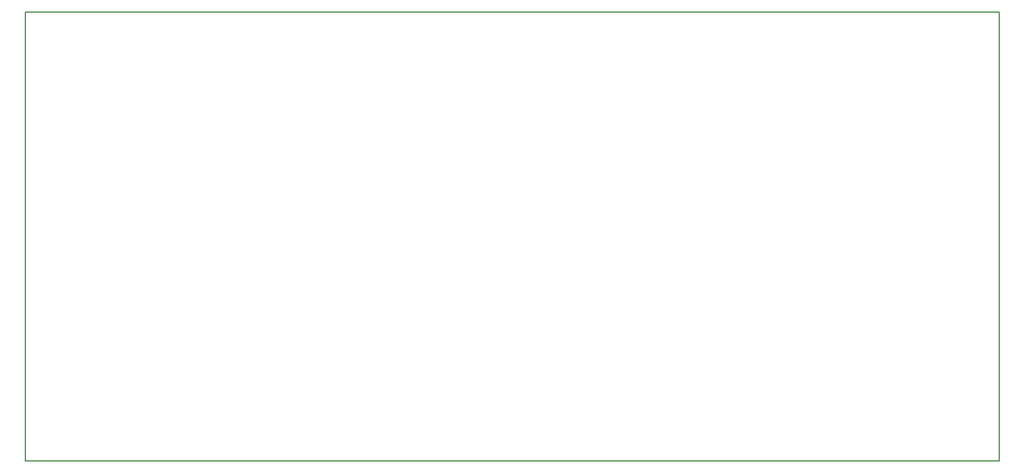
<source format=gm1>
G04 MADE WITH FRITZING*
G04 WWW.FRITZING.ORG*
G04 DOUBLE SIDED*
G04 HOLES PLATED*
G04 CONTOUR ON CENTER OF CONTOUR VECTOR*
%ASAXBY*%
%FSLAX23Y23*%
%MOIN*%
%OFA0B0*%
%SFA1.0B1.0*%
%ADD10R,5.386110X2.487500*%
%ADD11C,0.008000*%
%ADD10C,0.008*%
%LNCONTOUR*%
G90*
G70*
G54D10*
G54D11*
X4Y2484D02*
X5382Y2484D01*
X5382Y4D01*
X4Y4D01*
X4Y2484D01*
D02*
G04 End of contour*
M02*
</source>
